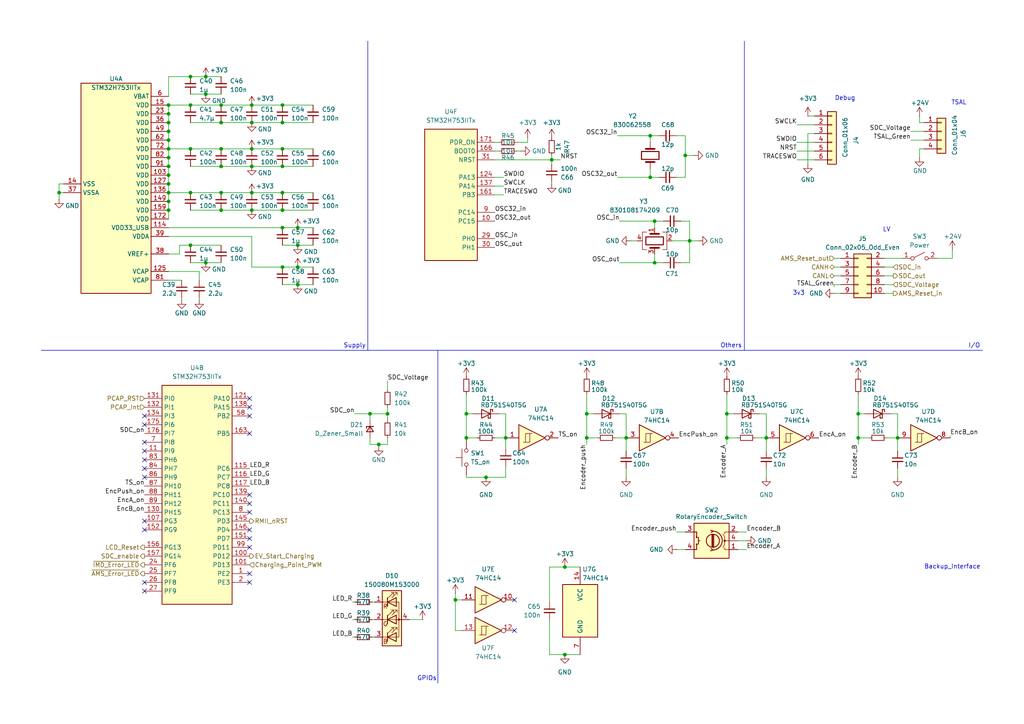
<source format=kicad_sch>
(kicad_sch
	(version 20250114)
	(generator "eeschema")
	(generator_version "9.0")
	(uuid "35b8a975-a1f8-4a47-8395-8e1ea283b386")
	(paper "A4")
	
	(text "Supply"
		(exclude_from_sim no)
		(at 102.87 100.33 0)
		(effects
			(font
				(size 1.27 1.27)
			)
		)
		(uuid "131e0615-657c-4f59-929d-0b7601842308")
	)
	(text "Backup_Interface"
		(exclude_from_sim no)
		(at 276.225 164.465 0)
		(effects
			(font
				(size 1.27 1.27)
			)
		)
		(uuid "15d77424-d13c-4f90-9f96-be8bf1adf8cc")
	)
	(text "3v3"
		(exclude_from_sim no)
		(at 229.87 85.09 0)
		(effects
			(font
				(size 1.27 1.27)
			)
			(justify left)
		)
		(uuid "364922e6-446e-413c-878a-bdcedb16435f")
	)
	(text "Debug"
		(exclude_from_sim no)
		(at 245.11 28.575 0)
		(effects
			(font
				(size 1.27 1.27)
			)
		)
		(uuid "79c5fecb-7e44-4b5c-b26a-b9a1ead8d6a7")
	)
	(text "GPIOs"
		(exclude_from_sim no)
		(at 123.825 196.85 0)
		(effects
			(font
				(size 1.27 1.27)
			)
		)
		(uuid "874e0f0d-b925-486e-858d-0f71e7baf11c")
	)
	(text "Others"
		(exclude_from_sim no)
		(at 212.09 100.33 0)
		(effects
			(font
				(size 1.27 1.27)
			)
		)
		(uuid "8c39beda-3239-4b4d-a394-cb66f7a7e4ef")
	)
	(text "LV"
		(exclude_from_sim no)
		(at 257.175 66.675 0)
		(effects
			(font
				(size 1.27 1.27)
			)
		)
		(uuid "8e72c987-571c-4fd1-98e2-d688bb9b9a23")
	)
	(text "TSAL"
		(exclude_from_sim no)
		(at 278.13 29.845 0)
		(effects
			(font
				(size 1.27 1.27)
			)
		)
		(uuid "b0e08e63-728e-465b-a9bb-a2354a70eaa5")
	)
	(text "I/O"
		(exclude_from_sim no)
		(at 282.575 100.33 0)
		(effects
			(font
				(size 1.27 1.27)
			)
		)
		(uuid "f89b8e88-7ad7-41ce-a0a0-f0fc435a26ef")
	)
	(junction
		(at 210.82 127)
		(diameter 0)
		(color 0 0 0 0)
		(uuid "03054f2e-9208-4716-83d7-1967059eae49")
	)
	(junction
		(at 170.18 120.015)
		(diameter 0)
		(color 0 0 0 0)
		(uuid "04edc9c4-6ba3-413b-80a1-5be3abfb178c")
	)
	(junction
		(at 48.895 58.42)
		(diameter 0)
		(color 0 0 0 0)
		(uuid "0639ff6d-0fa4-4a92-9101-ae69b2e89fd2")
	)
	(junction
		(at 135.255 127)
		(diameter 0)
		(color 0 0 0 0)
		(uuid "0da62957-c2c4-4942-91bd-ffb8d4251c5e")
	)
	(junction
		(at 59.69 22.225)
		(diameter 0)
		(color 0 0 0 0)
		(uuid "0fb52946-5285-4acc-80fc-8023aaa28b8f")
	)
	(junction
		(at 55.245 30.48)
		(diameter 0)
		(color 0 0 0 0)
		(uuid "1277a601-4d5f-42fb-a0c5-a1f18ba0016e")
	)
	(junction
		(at 260.35 127)
		(diameter 0)
		(color 0 0 0 0)
		(uuid "1ec9d057-6b69-4bff-b2f9-d0b216a47459")
	)
	(junction
		(at 181.61 127)
		(diameter 0)
		(color 0 0 0 0)
		(uuid "1fbd7fc5-8c6d-4ada-afcb-22c60ceb9e34")
	)
	(junction
		(at 132.08 173.99)
		(diameter 0)
		(color 0 0 0 0)
		(uuid "2372f2f0-8b6b-4ba0-8156-48184e2d7c4f")
	)
	(junction
		(at 163.83 164.465)
		(diameter 0)
		(color 0 0 0 0)
		(uuid "32af624e-2218-4443-87a1-2186e9d667d8")
	)
	(junction
		(at 248.92 120.015)
		(diameter 0)
		(color 0 0 0 0)
		(uuid "37d9dbe4-82b9-4615-805a-2f19a542c56e")
	)
	(junction
		(at 170.18 127)
		(diameter 0)
		(color 0 0 0 0)
		(uuid "384fafa7-2dc2-475f-b12a-20aa52e1d930")
	)
	(junction
		(at 112.395 120.015)
		(diameter 0)
		(color 0 0 0 0)
		(uuid "38d409b5-2312-4643-b1fc-fd0131fce598")
	)
	(junction
		(at 55.245 55.88)
		(diameter 0)
		(color 0 0 0 0)
		(uuid "3a44a5b6-35e6-477b-bf34-724cef99df7e")
	)
	(junction
		(at 48.895 30.48)
		(diameter 0)
		(color 0 0 0 0)
		(uuid "3b2e415b-e57a-4f5e-b680-987d6e0ee75d")
	)
	(junction
		(at 64.135 43.18)
		(diameter 0)
		(color 0 0 0 0)
		(uuid "412c5816-2822-46ca-a32f-61cb431bfe1e")
	)
	(junction
		(at 48.895 33.02)
		(diameter 0)
		(color 0 0 0 0)
		(uuid "430d2d22-0f07-45e6-a066-ebb18e98b45d")
	)
	(junction
		(at 81.915 77.47)
		(diameter 0)
		(color 0 0 0 0)
		(uuid "432f5d77-435d-4ec6-8d84-c3578eca972e")
	)
	(junction
		(at 73.025 48.26)
		(diameter 0)
		(color 0 0 0 0)
		(uuid "43f5a8a8-38be-4f74-81aa-71bbc42e5709")
	)
	(junction
		(at 248.92 127)
		(diameter 0)
		(color 0 0 0 0)
		(uuid "46587df5-c4cb-464f-b081-46b2e985f2df")
	)
	(junction
		(at 86.36 82.55)
		(diameter 0)
		(color 0 0 0 0)
		(uuid "4904ae19-57ee-4766-a793-026af6184969")
	)
	(junction
		(at 48.895 55.88)
		(diameter 0)
		(color 0 0 0 0)
		(uuid "4a33e8c1-b15f-4db0-b29d-1dd2148aad9a")
	)
	(junction
		(at 73.025 55.88)
		(diameter 0)
		(color 0 0 0 0)
		(uuid "4bd9b2ee-526d-4e54-8543-852c7a6f1074")
	)
	(junction
		(at 48.895 38.1)
		(diameter 0)
		(color 0 0 0 0)
		(uuid "4bef900f-dc66-42af-b560-e8cc8d6a6bce")
	)
	(junction
		(at 48.895 35.56)
		(diameter 0)
		(color 0 0 0 0)
		(uuid "4c2b925c-0792-420d-8f18-1f562d9b6ba2")
	)
	(junction
		(at 86.36 71.12)
		(diameter 0)
		(color 0 0 0 0)
		(uuid "4ff38491-b732-4bec-930a-4ca407ceb858")
	)
	(junction
		(at 107.315 120.015)
		(diameter 0)
		(color 0 0 0 0)
		(uuid "543660ff-ca23-4fad-8505-bcc3272f30b0")
	)
	(junction
		(at 198.755 45.085)
		(diameter 0)
		(color 0 0 0 0)
		(uuid "556ed635-fced-44e3-845c-f708c990d149")
	)
	(junction
		(at 163.83 189.865)
		(diameter 0)
		(color 0 0 0 0)
		(uuid "57546ade-761b-45ef-9890-daec7eb5d082")
	)
	(junction
		(at 81.915 66.04)
		(diameter 0)
		(color 0 0 0 0)
		(uuid "58f143f7-5a5b-4ff8-89cf-03a63964eb53")
	)
	(junction
		(at 189.865 64.135)
		(diameter 0)
		(color 0 0 0 0)
		(uuid "592f8bd9-4310-4fe4-b840-3718d5a08ff0")
	)
	(junction
		(at 73.025 35.56)
		(diameter 0)
		(color 0 0 0 0)
		(uuid "5a46c399-0f9f-4049-86b9-32bfb792b0a4")
	)
	(junction
		(at 55.245 22.225)
		(diameter 0)
		(color 0 0 0 0)
		(uuid "5ee7831a-b9cd-4699-8b90-ccd7a33a516a")
	)
	(junction
		(at 81.915 60.96)
		(diameter 0)
		(color 0 0 0 0)
		(uuid "62af3ba4-2380-4137-9c4c-8f703fa148db")
	)
	(junction
		(at 222.25 127)
		(diameter 0)
		(color 0 0 0 0)
		(uuid "68357784-7318-43f3-becd-152fcf669e7d")
	)
	(junction
		(at 73.025 30.48)
		(diameter 0)
		(color 0 0 0 0)
		(uuid "6b4ae941-68bd-4806-b564-6051c3e374f6")
	)
	(junction
		(at 48.895 45.72)
		(diameter 0)
		(color 0 0 0 0)
		(uuid "6e7d6e8b-008e-46f2-97bf-300e301fcdc5")
	)
	(junction
		(at 59.69 27.305)
		(diameter 0)
		(color 0 0 0 0)
		(uuid "84972f59-b0b8-441f-aae9-7917b0ac015f")
	)
	(junction
		(at 73.025 43.18)
		(diameter 0)
		(color 0 0 0 0)
		(uuid "84d185bd-171c-460f-91bf-66aa757880e7")
	)
	(junction
		(at 64.135 35.56)
		(diameter 0)
		(color 0 0 0 0)
		(uuid "8a3e42ba-433e-476e-bec8-923cd84f46fb")
	)
	(junction
		(at 48.895 50.8)
		(diameter 0)
		(color 0 0 0 0)
		(uuid "93864b3d-3224-4702-bf3d-2ed04340069c")
	)
	(junction
		(at 86.36 77.47)
		(diameter 0)
		(color 0 0 0 0)
		(uuid "9e0818cf-2913-43d0-81ad-5fd7c6a3ddb1")
	)
	(junction
		(at 140.97 138.43)
		(diameter 0)
		(color 0 0 0 0)
		(uuid "a2af58c6-5f1e-4b3e-b0c0-12a279005486")
	)
	(junction
		(at 64.135 48.26)
		(diameter 0)
		(color 0 0 0 0)
		(uuid "a8da62c7-b5b2-4a05-8568-ce944b258201")
	)
	(junction
		(at 189.865 76.2)
		(diameter 0)
		(color 0 0 0 0)
		(uuid "ac9f37a4-8446-4a5b-a6ff-9f608799a097")
	)
	(junction
		(at 48.895 48.26)
		(diameter 0)
		(color 0 0 0 0)
		(uuid "b510fd1a-117a-465f-a751-9a561bd2ac96")
	)
	(junction
		(at 48.895 40.64)
		(diameter 0)
		(color 0 0 0 0)
		(uuid "b530e2a2-741c-4c76-ace0-7d60e6d206ce")
	)
	(junction
		(at 135.255 120.015)
		(diameter 0)
		(color 0 0 0 0)
		(uuid "b5323042-cbc4-4c6d-8b55-da362d9db400")
	)
	(junction
		(at 81.915 55.88)
		(diameter 0)
		(color 0 0 0 0)
		(uuid "bca7b570-75fa-40a7-a5dd-b415eee9e6fa")
	)
	(junction
		(at 81.915 48.26)
		(diameter 0)
		(color 0 0 0 0)
		(uuid "bcf0274b-9b82-4ddd-b442-da13a9d22e46")
	)
	(junction
		(at 55.245 71.12)
		(diameter 0)
		(color 0 0 0 0)
		(uuid "bdeb1722-eb35-4647-a7e0-350ed2e01785")
	)
	(junction
		(at 200.025 69.85)
		(diameter 0)
		(color 0 0 0 0)
		(uuid "c2234057-b903-484a-a2e3-a32a8859901c")
	)
	(junction
		(at 73.025 60.96)
		(diameter 0)
		(color 0 0 0 0)
		(uuid "c55b6c0a-705b-4ad7-afc8-beda683bc62e")
	)
	(junction
		(at 55.245 43.18)
		(diameter 0)
		(color 0 0 0 0)
		(uuid "ced6b67c-b589-447b-b173-eb3d5278bd77")
	)
	(junction
		(at 86.36 66.04)
		(diameter 0)
		(color 0 0 0 0)
		(uuid "ceeeb9fd-c3cf-438c-9822-df85739f3524")
	)
	(junction
		(at 160.02 46.355)
		(diameter 0)
		(color 0 0 0 0)
		(uuid "d01fb329-49c1-4312-9a86-8c2522e92a75")
	)
	(junction
		(at 188.595 51.435)
		(diameter 0)
		(color 0 0 0 0)
		(uuid "d62f36d0-5342-483c-96b2-d979dd1cfd28")
	)
	(junction
		(at 188.595 39.37)
		(diameter 0)
		(color 0 0 0 0)
		(uuid "d7b6fc6c-855c-4ad5-b8db-ffb1631d4d8e")
	)
	(junction
		(at 17.145 55.88)
		(diameter 0)
		(color 0 0 0 0)
		(uuid "da4a391a-8756-4bbe-ad5d-6a5d7cc0698f")
	)
	(junction
		(at 59.69 76.2)
		(diameter 0)
		(color 0 0 0 0)
		(uuid "dc976682-daa7-427b-b632-e4e6f1b2f4a5")
	)
	(junction
		(at 146.685 127)
		(diameter 0)
		(color 0 0 0 0)
		(uuid "ddd035ed-81df-49e3-9245-82755440f4a5")
	)
	(junction
		(at 48.895 53.34)
		(diameter 0)
		(color 0 0 0 0)
		(uuid "e0d34c7c-a2c8-4d45-a4be-7edc074c7759")
	)
	(junction
		(at 210.82 120.015)
		(diameter 0)
		(color 0 0 0 0)
		(uuid "e28988d6-1ee7-4e20-9f02-35f81af9ff26")
	)
	(junction
		(at 81.915 30.48)
		(diameter 0)
		(color 0 0 0 0)
		(uuid "e6ae9a3e-d48c-4e18-9235-74fe81b4c978")
	)
	(junction
		(at 48.895 60.96)
		(diameter 0)
		(color 0 0 0 0)
		(uuid "eea696d1-0980-4f7d-9ba9-1ff3dcb2b606")
	)
	(junction
		(at 64.135 55.88)
		(diameter 0)
		(color 0 0 0 0)
		(uuid "f3f74bf6-10b1-4218-bfb6-61ef3118c054")
	)
	(junction
		(at 64.135 60.96)
		(diameter 0)
		(color 0 0 0 0)
		(uuid "f5150f2b-4683-49e5-a470-3066104142ee")
	)
	(junction
		(at 48.895 43.18)
		(diameter 0)
		(color 0 0 0 0)
		(uuid "f5abb69e-3023-40b6-8c88-ffed31815111")
	)
	(junction
		(at 64.135 30.48)
		(diameter 0)
		(color 0 0 0 0)
		(uuid "f71381d7-d154-4117-8ffa-0d9e641e8953")
	)
	(junction
		(at 81.915 43.18)
		(diameter 0)
		(color 0 0 0 0)
		(uuid "fa07ce36-60e8-4ebb-8b80-5cc0f863054d")
	)
	(junction
		(at 81.915 35.56)
		(diameter 0)
		(color 0 0 0 0)
		(uuid "fea021c6-6169-4cbd-bd9b-0c0e6e7bdfc0")
	)
	(junction
		(at 109.855 128.905)
		(diameter 0)
		(color 0 0 0 0)
		(uuid "fee4a54d-fd10-4b4f-97f2-238b76d9efae")
	)
	(no_connect
		(at 72.39 153.67)
		(uuid "0979849e-710e-47b6-86d7-e9c688b9aa11")
	)
	(no_connect
		(at 72.39 143.51)
		(uuid "13083978-a433-486d-9ce7-3968dc7190da")
	)
	(no_connect
		(at 41.91 123.19)
		(uuid "146ce1fc-bec7-4dc3-ab48-bc46d796fe51")
	)
	(no_connect
		(at 72.39 166.37)
		(uuid "184e0b37-2f9c-4056-97b4-ef1a017e4ee4")
	)
	(no_connect
		(at 41.91 168.91)
		(uuid "1ab33352-5df0-41d3-8a2b-70622302d93e")
	)
	(no_connect
		(at 72.39 168.91)
		(uuid "280c6123-36ed-4032-a8fb-23625e9cbf40")
	)
	(no_connect
		(at 149.225 182.88)
		(uuid "29403ca2-cc18-4015-b634-200487c369b9")
	)
	(no_connect
		(at 72.39 118.11)
		(uuid "3071b2a9-834c-4d88-bf39-2726c506937e")
	)
	(no_connect
		(at 72.39 156.21)
		(uuid "4f5fb956-ecd3-4e6a-b104-4f11672ec02d")
	)
	(no_connect
		(at 72.39 115.57)
		(uuid "554342c8-e8a6-401a-9844-51d2683b8c11")
	)
	(no_connect
		(at 72.39 148.59)
		(uuid "56d7413a-87a1-4ad6-8dbd-0da9468a8192")
	)
	(no_connect
		(at 41.91 153.67)
		(uuid "5cb0fac4-5588-43dd-a51e-c4f003bc7824")
	)
	(no_connect
		(at 41.91 171.45)
		(uuid "7e0e686d-2fb2-4695-9b96-f6d8257bde24")
	)
	(no_connect
		(at 149.225 173.99)
		(uuid "8cf95af1-9033-42fe-8297-3430137568f8")
	)
	(no_connect
		(at 72.39 146.05)
		(uuid "9c567fc2-914f-47ce-9a54-4d0e0f7c77a2")
	)
	(no_connect
		(at 72.39 125.73)
		(uuid "ae028c46-c4c0-44a8-ab15-5a3221e64571")
	)
	(no_connect
		(at 41.91 120.65)
		(uuid "bf91d5ab-3192-49f6-a0f3-cb8a4dc750a6")
	)
	(no_connect
		(at 41.91 138.43)
		(uuid "c17d3ccd-81ba-4fdd-af5d-4cffde13a405")
	)
	(no_connect
		(at 41.91 133.35)
		(uuid "c2dec42b-d8b6-4fba-8ad8-3058ad41867c")
	)
	(no_connect
		(at 41.91 130.81)
		(uuid "cb35255e-15c1-4414-bab0-36e7e6123437")
	)
	(no_connect
		(at 72.39 120.65)
		(uuid "cf225bd0-a812-4259-9c6d-76bce07b2df2")
	)
	(no_connect
		(at 41.91 135.89)
		(uuid "cf870591-39f4-4cb8-9b41-ec579bc32917")
	)
	(no_connect
		(at 41.91 151.13)
		(uuid "d187bd36-9147-40e9-9890-05ffb8be5838")
	)
	(no_connect
		(at 41.91 128.27)
		(uuid "d944d886-a214-438d-bf39-c2249697a1c3")
	)
	(no_connect
		(at 72.39 158.75)
		(uuid "e38f9f38-fab1-4a5d-8735-35ab6dacc3c2")
	)
	(wire
		(pts
			(xy 17.145 53.34) (xy 17.145 55.88)
		)
		(stroke
			(width 0)
			(type default)
		)
		(uuid "032e93c1-425f-4fcb-aba6-03ae1c74082b")
	)
	(wire
		(pts
			(xy 48.895 48.26) (xy 48.895 50.8)
		)
		(stroke
			(width 0)
			(type default)
		)
		(uuid "04debeef-549a-4c39-927b-69f1f0139e70")
	)
	(wire
		(pts
			(xy 102.235 184.785) (xy 102.87 184.785)
		)
		(stroke
			(width 0)
			(type default)
		)
		(uuid "05c2eb4c-a567-4a7b-9a8b-6cba89516905")
	)
	(wire
		(pts
			(xy 163.83 164.465) (xy 159.385 164.465)
		)
		(stroke
			(width 0)
			(type default)
		)
		(uuid "07a82d9a-9ca8-4d08-8726-f180541b7083")
	)
	(wire
		(pts
			(xy 81.915 82.55) (xy 86.36 82.55)
		)
		(stroke
			(width 0)
			(type default)
		)
		(uuid "0897e0f0-120b-400e-bb14-897e40e7b02d")
	)
	(wire
		(pts
			(xy 48.895 43.18) (xy 48.895 45.72)
		)
		(stroke
			(width 0)
			(type default)
		)
		(uuid "097118d6-edc8-4348-b70f-10344c435092")
	)
	(wire
		(pts
			(xy 276.225 74.93) (xy 271.78 74.93)
		)
		(stroke
			(width 0)
			(type default)
		)
		(uuid "0abfaed6-42e2-4ebd-ac06-07b93585aba9")
	)
	(wire
		(pts
			(xy 210.82 127) (xy 210.82 120.015)
		)
		(stroke
			(width 0)
			(type default)
		)
		(uuid "0acb257e-2494-4ba3-9e68-77f675c74b58")
	)
	(wire
		(pts
			(xy 132.08 173.99) (xy 133.985 173.99)
		)
		(stroke
			(width 0)
			(type default)
		)
		(uuid "0c12a21c-7010-4ff8-acfb-f02a5c09dbb8")
	)
	(wire
		(pts
			(xy 198.755 39.37) (xy 196.215 39.37)
		)
		(stroke
			(width 0)
			(type default)
		)
		(uuid "0f6e8366-0d81-4da7-9f30-62173a06d853")
	)
	(wire
		(pts
			(xy 179.07 51.435) (xy 188.595 51.435)
		)
		(stroke
			(width 0)
			(type default)
		)
		(uuid "0f761e8c-44a9-43ba-8303-ba52fba04da2")
	)
	(wire
		(pts
			(xy 81.915 30.48) (xy 90.805 30.48)
		)
		(stroke
			(width 0)
			(type default)
		)
		(uuid "0fa1f5e0-0ffe-4f7d-bf74-e541cdb35448")
	)
	(wire
		(pts
			(xy 55.245 27.305) (xy 59.69 27.305)
		)
		(stroke
			(width 0)
			(type default)
		)
		(uuid "104524c5-4e85-46bb-8fcf-6e42d9b60b65")
	)
	(wire
		(pts
			(xy 196.215 154.305) (xy 198.755 154.305)
		)
		(stroke
			(width 0)
			(type default)
		)
		(uuid "10bcdded-64db-4cbe-937c-70873d7cfb8e")
	)
	(wire
		(pts
			(xy 188.595 48.895) (xy 188.595 51.435)
		)
		(stroke
			(width 0)
			(type default)
		)
		(uuid "11e88f10-3504-432d-b8ed-d3a2e1236c08")
	)
	(wire
		(pts
			(xy 159.385 179.705) (xy 159.385 189.865)
		)
		(stroke
			(width 0)
			(type default)
		)
		(uuid "12993ed2-1dc1-4d0e-86ff-959c1d8c40f6")
	)
	(wire
		(pts
			(xy 191.135 39.37) (xy 188.595 39.37)
		)
		(stroke
			(width 0)
			(type default)
		)
		(uuid "13465972-5b15-4360-a8d8-10dafd7f715f")
	)
	(wire
		(pts
			(xy 48.895 78.74) (xy 57.785 78.74)
		)
		(stroke
			(width 0)
			(type default)
		)
		(uuid "148b4878-4176-450e-a5d5-e6bfe383516f")
	)
	(wire
		(pts
			(xy 276.225 72.39) (xy 276.225 74.93)
		)
		(stroke
			(width 0)
			(type default)
		)
		(uuid "149f6158-2d55-4904-9005-6a7af8f5b0bd")
	)
	(wire
		(pts
			(xy 48.895 68.58) (xy 73.025 68.58)
		)
		(stroke
			(width 0)
			(type default)
		)
		(uuid "17aaff2b-efe1-44db-8c2b-80df99259895")
	)
	(wire
		(pts
			(xy 266.7 45.72) (xy 266.7 43.18)
		)
		(stroke
			(width 0)
			(type default)
		)
		(uuid "17af4a42-5d6e-4b1d-a623-823e298f89ff")
	)
	(wire
		(pts
			(xy 248.92 127) (xy 248.92 120.015)
		)
		(stroke
			(width 0)
			(type default)
		)
		(uuid "189cc12e-17f9-4ac7-a5e3-046d825e6b14")
	)
	(wire
		(pts
			(xy 86.36 66.04) (xy 90.805 66.04)
		)
		(stroke
			(width 0)
			(type default)
		)
		(uuid "1a1d5fa7-6a93-453f-bf03-bdc034a2e77b")
	)
	(wire
		(pts
			(xy 81.915 55.88) (xy 90.805 55.88)
		)
		(stroke
			(width 0)
			(type default)
		)
		(uuid "1c4dff5e-c946-4edf-b17e-21144a60469e")
	)
	(wire
		(pts
			(xy 241.935 77.47) (xy 243.84 77.47)
		)
		(stroke
			(width 0)
			(type default)
		)
		(uuid "1d2e0e02-2515-4d66-aeb3-65162d89a3f4")
	)
	(wire
		(pts
			(xy 153.035 41.275) (xy 149.86 41.275)
		)
		(stroke
			(width 0)
			(type default)
		)
		(uuid "1f04f8da-308f-4d4b-b645-ba6a9e3ab5d0")
	)
	(wire
		(pts
			(xy 64.135 30.48) (xy 73.025 30.48)
		)
		(stroke
			(width 0)
			(type default)
		)
		(uuid "1faf3668-c96e-4421-a896-b7c77f08f668")
	)
	(wire
		(pts
			(xy 48.895 81.28) (xy 52.705 81.28)
		)
		(stroke
			(width 0)
			(type default)
		)
		(uuid "1ffb5664-1168-4c3c-85d6-4fdbdf0c4e6e")
	)
	(wire
		(pts
			(xy 264.16 38.1) (xy 267.97 38.1)
		)
		(stroke
			(width 0)
			(type default)
		)
		(uuid "24d23fd4-dde8-468b-82b9-b8390fc82a84")
	)
	(wire
		(pts
			(xy 135.255 120.015) (xy 135.255 114.3)
		)
		(stroke
			(width 0)
			(type default)
		)
		(uuid "24dd2109-d885-4f25-9b95-438c9c83cf53")
	)
	(wire
		(pts
			(xy 179.705 76.2) (xy 189.865 76.2)
		)
		(stroke
			(width 0)
			(type default)
		)
		(uuid "253dfb7b-e994-492e-9366-0b579cd2b921")
	)
	(wire
		(pts
			(xy 143.51 56.515) (xy 146.05 56.515)
		)
		(stroke
			(width 0)
			(type default)
		)
		(uuid "2648ca35-0d3b-41fc-a0c7-4426c47646af")
	)
	(wire
		(pts
			(xy 178.435 127) (xy 181.61 127)
		)
		(stroke
			(width 0)
			(type default)
		)
		(uuid "2648ed24-8d46-4019-81af-59cb3d3be6ef")
	)
	(wire
		(pts
			(xy 160.02 45.085) (xy 160.02 46.355)
		)
		(stroke
			(width 0)
			(type default)
		)
		(uuid "26c33951-823a-4537-8b37-6d067360a301")
	)
	(wire
		(pts
			(xy 112.395 128.905) (xy 112.395 127)
		)
		(stroke
			(width 0)
			(type default)
		)
		(uuid "2c4f26c5-5c63-4935-8730-31c29fa84cce")
	)
	(wire
		(pts
			(xy 181.61 127) (xy 181.61 130.81)
		)
		(stroke
			(width 0)
			(type default)
		)
		(uuid "2cdd5f51-0d96-4792-81bb-d51b64b09cb3")
	)
	(wire
		(pts
			(xy 48.895 22.225) (xy 55.245 22.225)
		)
		(stroke
			(width 0)
			(type default)
		)
		(uuid "309416c5-01a5-479d-b151-4aa15c679aae")
	)
	(wire
		(pts
			(xy 73.025 77.47) (xy 81.915 77.47)
		)
		(stroke
			(width 0)
			(type default)
		)
		(uuid "310b3c16-f636-42e3-92d9-8323bba36848")
	)
	(wire
		(pts
			(xy 64.135 35.56) (xy 73.025 35.56)
		)
		(stroke
			(width 0)
			(type default)
		)
		(uuid "330ea2aa-85e8-4ceb-99f4-7100f8ce0417")
	)
	(wire
		(pts
			(xy 160.02 46.355) (xy 162.56 46.355)
		)
		(stroke
			(width 0)
			(type default)
		)
		(uuid "347806f3-c012-4e14-b373-8933bd8734e0")
	)
	(wire
		(pts
			(xy 59.69 22.225) (xy 64.135 22.225)
		)
		(stroke
			(width 0)
			(type default)
		)
		(uuid "36718045-fcd1-41c9-be9f-27d2b1210fea")
	)
	(wire
		(pts
			(xy 64.135 55.88) (xy 73.025 55.88)
		)
		(stroke
			(width 0)
			(type default)
		)
		(uuid "36d2f170-42d7-42b6-bedf-1e807c2cdfa4")
	)
	(wire
		(pts
			(xy 132.08 182.88) (xy 133.985 182.88)
		)
		(stroke
			(width 0)
			(type default)
		)
		(uuid "37e53374-fbe2-4c94-9df6-af2d252aceb1")
	)
	(wire
		(pts
			(xy 212.725 120.015) (xy 210.82 120.015)
		)
		(stroke
			(width 0)
			(type default)
		)
		(uuid "3d2600c5-4b7c-4f1d-afa3-11b5c6dcb5c5")
	)
	(wire
		(pts
			(xy 48.895 40.64) (xy 48.895 43.18)
		)
		(stroke
			(width 0)
			(type default)
		)
		(uuid "3ef07bc0-0d1b-4958-a3ce-4224cfe09f5c")
	)
	(wire
		(pts
			(xy 143.51 43.815) (xy 144.78 43.815)
		)
		(stroke
			(width 0)
			(type default)
		)
		(uuid "403943a3-7606-4350-b9f9-7a83a426e950")
	)
	(wire
		(pts
			(xy 107.315 120.015) (xy 107.315 121.92)
		)
		(stroke
			(width 0)
			(type default)
		)
		(uuid "40f3fbab-c25f-4c9a-a6ab-fb4449cf418a")
	)
	(wire
		(pts
			(xy 55.245 71.12) (xy 64.135 71.12)
		)
		(stroke
			(width 0)
			(type default)
		)
		(uuid "41a4017a-ed14-481c-94d2-358f975fdabf")
	)
	(wire
		(pts
			(xy 146.685 135.255) (xy 146.685 138.43)
		)
		(stroke
			(width 0)
			(type default)
		)
		(uuid "42a6c1c1-0bec-4a64-ba97-022485632b2c")
	)
	(wire
		(pts
			(xy 196.215 159.385) (xy 198.755 159.385)
		)
		(stroke
			(width 0)
			(type default)
		)
		(uuid "45efd4b5-380f-4cd4-904f-cf4fa9f9daec")
	)
	(wire
		(pts
			(xy 86.36 77.47) (xy 90.805 77.47)
		)
		(stroke
			(width 0)
			(type default)
		)
		(uuid "4744999c-668b-4ef7-aadc-3605c6b773bc")
	)
	(wire
		(pts
			(xy 181.61 120.015) (xy 179.705 120.015)
		)
		(stroke
			(width 0)
			(type default)
		)
		(uuid "49c65d79-8bc2-442d-ab86-201154fc87cc")
	)
	(wire
		(pts
			(xy 241.935 82.55) (xy 243.84 82.55)
		)
		(stroke
			(width 0)
			(type default)
		)
		(uuid "4a8c75fc-97c8-4a4c-ae30-d2dd3740701b")
	)
	(wire
		(pts
			(xy 81.915 66.04) (xy 86.36 66.04)
		)
		(stroke
			(width 0)
			(type default)
		)
		(uuid "4b920d01-933a-491c-99e7-03b14beb823a")
	)
	(wire
		(pts
			(xy 18.415 55.88) (xy 17.145 55.88)
		)
		(stroke
			(width 0)
			(type default)
		)
		(uuid "4d5c3bc0-56ca-42fc-9e4b-f425c7170797")
	)
	(wire
		(pts
			(xy 52.07 73.66) (xy 52.07 71.12)
		)
		(stroke
			(width 0)
			(type default)
		)
		(uuid "50907a1c-ae3b-4cb2-8b1f-a2bbd698e6e7")
	)
	(wire
		(pts
			(xy 198.755 45.085) (xy 198.755 39.37)
		)
		(stroke
			(width 0)
			(type default)
		)
		(uuid "50b98742-cad0-4c19-a7a0-a62a29ac5fcc")
	)
	(wire
		(pts
			(xy 222.25 120.015) (xy 220.345 120.015)
		)
		(stroke
			(width 0)
			(type default)
		)
		(uuid "5191c369-027d-4092-b2b8-93d2603c665e")
	)
	(wire
		(pts
			(xy 260.35 135.89) (xy 260.35 138.43)
		)
		(stroke
			(width 0)
			(type default)
		)
		(uuid "5248ae66-747b-402d-b1e1-3923ddbceb53")
	)
	(wire
		(pts
			(xy 109.855 129.54) (xy 109.855 128.905)
		)
		(stroke
			(width 0)
			(type default)
		)
		(uuid "55392592-7026-4f7e-ac69-d16b34d6c332")
	)
	(wire
		(pts
			(xy 192.405 64.135) (xy 189.865 64.135)
		)
		(stroke
			(width 0)
			(type default)
		)
		(uuid "555e9d66-742b-4eec-a060-e02888a73929")
	)
	(wire
		(pts
			(xy 146.685 127) (xy 146.685 120.015)
		)
		(stroke
			(width 0)
			(type default)
		)
		(uuid "55cfb840-558a-4935-83f9-4eb19eacb4b8")
	)
	(wire
		(pts
			(xy 143.51 51.435) (xy 146.05 51.435)
		)
		(stroke
			(width 0)
			(type default)
		)
		(uuid "57d04a43-6d2e-4867-91ea-a8b774abf2a0")
	)
	(wire
		(pts
			(xy 189.865 64.135) (xy 189.865 66.04)
		)
		(stroke
			(width 0)
			(type default)
		)
		(uuid "5a7fb71b-fa03-4ad2-9d6d-61e0ee9e0398")
	)
	(wire
		(pts
			(xy 59.69 76.2) (xy 64.135 76.2)
		)
		(stroke
			(width 0)
			(type default)
		)
		(uuid "5aff9e20-a3fa-44e2-b265-1bacc7296e59")
	)
	(polyline
		(pts
			(xy 215.9 11.938) (xy 215.9 101.6)
		)
		(stroke
			(width 0)
			(type default)
		)
		(uuid "5d5a5bf6-27d1-48b9-96a5-b3ec58aa8e29")
	)
	(wire
		(pts
			(xy 160.02 47.625) (xy 160.02 46.355)
		)
		(stroke
			(width 0)
			(type default)
		)
		(uuid "60b71a6b-1157-4946-bc97-0a3329be562e")
	)
	(wire
		(pts
			(xy 163.83 189.865) (xy 168.275 189.865)
		)
		(stroke
			(width 0)
			(type default)
		)
		(uuid "6135ec72-54f1-443e-a5b5-c37342bd387e")
	)
	(wire
		(pts
			(xy 107.95 179.705) (xy 108.585 179.705)
		)
		(stroke
			(width 0)
			(type default)
		)
		(uuid "62b842d4-cccf-48c1-93fb-672495a4281c")
	)
	(wire
		(pts
			(xy 73.025 30.48) (xy 81.915 30.48)
		)
		(stroke
			(width 0)
			(type default)
		)
		(uuid "6303d52b-100d-46f3-a928-30836b82f1cc")
	)
	(wire
		(pts
			(xy 81.915 48.26) (xy 90.805 48.26)
		)
		(stroke
			(width 0)
			(type default)
		)
		(uuid "6396b971-f44f-406f-9e4e-0613cb6bf000")
	)
	(wire
		(pts
			(xy 135.255 127.635) (xy 135.255 127)
		)
		(stroke
			(width 0)
			(type default)
		)
		(uuid "64e3a189-c1ad-459d-995d-a0035f523f27")
	)
	(wire
		(pts
			(xy 112.395 120.015) (xy 107.315 120.015)
		)
		(stroke
			(width 0)
			(type default)
		)
		(uuid "6625ace8-7df0-49fe-be18-552f69797353")
	)
	(wire
		(pts
			(xy 55.245 35.56) (xy 64.135 35.56)
		)
		(stroke
			(width 0)
			(type default)
		)
		(uuid "6806237e-7ade-4701-8b03-154f1dcd585d")
	)
	(wire
		(pts
			(xy 48.895 55.88) (xy 48.895 58.42)
		)
		(stroke
			(width 0)
			(type default)
		)
		(uuid "6a586c9f-68a8-4812-82a9-a5e31d2a3515")
	)
	(wire
		(pts
			(xy 170.18 127) (xy 170.18 120.015)
		)
		(stroke
			(width 0)
			(type default)
		)
		(uuid "6be6246e-4199-4714-be23-b158dcd26c83")
	)
	(wire
		(pts
			(xy 170.18 120.015) (xy 170.18 114.3)
		)
		(stroke
			(width 0)
			(type default)
		)
		(uuid "6d08ff60-dd10-45f6-8a05-095ee98a5730")
	)
	(wire
		(pts
			(xy 118.745 179.705) (xy 122.555 179.705)
		)
		(stroke
			(width 0)
			(type default)
		)
		(uuid "6d45df03-d4db-468d-b940-85424d61490f")
	)
	(wire
		(pts
			(xy 153.035 40.005) (xy 153.035 41.275)
		)
		(stroke
			(width 0)
			(type default)
		)
		(uuid "6d4f3bce-43e5-4382-80fd-e1bf727cadaf")
	)
	(wire
		(pts
			(xy 264.16 40.64) (xy 267.97 40.64)
		)
		(stroke
			(width 0)
			(type default)
		)
		(uuid "6e4c3d8c-0039-454c-9ed5-ebed97a25dfd")
	)
	(wire
		(pts
			(xy 200.025 76.2) (xy 200.025 69.85)
		)
		(stroke
			(width 0)
			(type default)
		)
		(uuid "6e65cf2f-79a8-42d3-a1d9-dc3348bdfd63")
	)
	(wire
		(pts
			(xy 260.35 127) (xy 260.35 130.81)
		)
		(stroke
			(width 0)
			(type default)
		)
		(uuid "6ef6778b-bc85-4d70-ac90-14af113f39b0")
	)
	(wire
		(pts
			(xy 234.315 38.735) (xy 236.22 38.735)
		)
		(stroke
			(width 0)
			(type default)
		)
		(uuid "6f73b510-add9-447a-a656-606690f47875")
	)
	(wire
		(pts
			(xy 189.865 76.2) (xy 192.405 76.2)
		)
		(stroke
			(width 0)
			(type default)
		)
		(uuid "703d9349-c8a4-4a59-8d3d-5b12a6be4b90")
	)
	(wire
		(pts
			(xy 181.61 135.89) (xy 181.61 138.43)
		)
		(stroke
			(width 0)
			(type default)
		)
		(uuid "72e34599-0c42-46a0-9c0b-77a570bf18de")
	)
	(wire
		(pts
			(xy 52.07 71.12) (xy 55.245 71.12)
		)
		(stroke
			(width 0)
			(type default)
		)
		(uuid "73b6ecd5-6c6d-4016-bd27-0a2d8d9f1dcb")
	)
	(wire
		(pts
			(xy 222.25 135.89) (xy 222.25 138.43)
		)
		(stroke
			(width 0)
			(type default)
		)
		(uuid "758d34b8-5e0c-4d3e-a8e7-0bf6f0655aa8")
	)
	(wire
		(pts
			(xy 81.915 77.47) (xy 86.36 77.47)
		)
		(stroke
			(width 0)
			(type default)
		)
		(uuid "75c1b770-6d91-48ed-b5bb-2a7474ec1302")
	)
	(wire
		(pts
			(xy 248.92 120.015) (xy 248.92 114.3)
		)
		(stroke
			(width 0)
			(type default)
		)
		(uuid "75c4b408-7bb5-4316-be8b-144dfb3a0679")
	)
	(wire
		(pts
			(xy 109.855 128.905) (xy 112.395 128.905)
		)
		(stroke
			(width 0)
			(type default)
		)
		(uuid "7914a7e9-5528-4149-9398-b8c7534f01a7")
	)
	(wire
		(pts
			(xy 81.915 35.56) (xy 90.805 35.56)
		)
		(stroke
			(width 0)
			(type default)
		)
		(uuid "79b4f1a0-ad3e-42ad-8d4d-96fdacee2d98")
	)
	(wire
		(pts
			(xy 222.25 127) (xy 222.25 120.015)
		)
		(stroke
			(width 0)
			(type default)
		)
		(uuid "7a70a435-d0a5-4728-9fe3-488b103c0ff1")
	)
	(wire
		(pts
			(xy 48.895 73.66) (xy 52.07 73.66)
		)
		(stroke
			(width 0)
			(type default)
		)
		(uuid "7af938fc-d107-4e8b-b420-77fc02771c52")
	)
	(wire
		(pts
			(xy 275.59 127) (xy 275.59 126.365)
		)
		(stroke
			(width 0)
			(type default)
		)
		(uuid "7f725b4f-659d-48ef-a319-985a2cbfb908")
	)
	(wire
		(pts
			(xy 219.075 127) (xy 222.25 127)
		)
		(stroke
			(width 0)
			(type default)
		)
		(uuid "839b782e-28ab-428d-b1be-7822af7b71cb")
	)
	(wire
		(pts
			(xy 179.705 64.135) (xy 189.865 64.135)
		)
		(stroke
			(width 0)
			(type default)
		)
		(uuid "83a55d68-4ab7-4179-9354-0c5cc77b1c73")
	)
	(wire
		(pts
			(xy 64.135 48.26) (xy 73.025 48.26)
		)
		(stroke
			(width 0)
			(type default)
		)
		(uuid "84e3fdd0-3727-441e-a756-9e0c64b0f45f")
	)
	(polyline
		(pts
			(xy 106.68 11.938) (xy 106.68 101.6)
		)
		(stroke
			(width 0)
			(type default)
		)
		(uuid "84f38b85-0f5d-4a4b-80bb-696a14d4aafa")
	)
	(wire
		(pts
			(xy 140.97 138.43) (xy 146.685 138.43)
		)
		(stroke
			(width 0)
			(type default)
		)
		(uuid "86313ec9-c45c-40da-8b43-e3bfab508203")
	)
	(wire
		(pts
			(xy 248.92 127) (xy 252.095 127)
		)
		(stroke
			(width 0)
			(type default)
		)
		(uuid "86947a20-bfbb-470f-ade3-d9f6007b69ac")
	)
	(wire
		(pts
			(xy 143.51 53.975) (xy 146.05 53.975)
		)
		(stroke
			(width 0)
			(type default)
		)
		(uuid "88b8f5b6-3715-41e0-a3a8-0d0e3a6c1e02")
	)
	(wire
		(pts
			(xy 168.275 164.465) (xy 163.83 164.465)
		)
		(stroke
			(width 0)
			(type default)
		)
		(uuid "89e32d00-bc94-4885-82e0-5dd30728688e")
	)
	(wire
		(pts
			(xy 48.895 66.04) (xy 81.915 66.04)
		)
		(stroke
			(width 0)
			(type default)
		)
		(uuid "8b6d86c8-a76b-4172-a3e3-318a9ff50aa3")
	)
	(polyline
		(pts
			(xy 127 101.6) (xy 127 198.12)
		)
		(stroke
			(width 0)
			(type default)
		)
		(uuid "8bcf0b4a-6f01-4a5f-b0f5-c84531e850c3")
	)
	(wire
		(pts
			(xy 260.35 120.015) (xy 258.445 120.015)
		)
		(stroke
			(width 0)
			(type default)
		)
		(uuid "8c19e9ff-e4ef-4483-a680-8e6b2961edcb")
	)
	(wire
		(pts
			(xy 210.82 127) (xy 213.995 127)
		)
		(stroke
			(width 0)
			(type default)
		)
		(uuid "8c3414c8-1f18-4d52-9d18-92efb010e968")
	)
	(wire
		(pts
			(xy 102.235 174.625) (xy 102.87 174.625)
		)
		(stroke
			(width 0)
			(type default)
		)
		(uuid "8ebbf762-fbce-49fe-bfeb-dcdacafb24c4")
	)
	(wire
		(pts
			(xy 231.14 41.275) (xy 236.22 41.275)
		)
		(stroke
			(width 0)
			(type default)
		)
		(uuid "9010c615-b8dc-48be-91ed-68e32181e1d7")
	)
	(wire
		(pts
			(xy 189.865 73.66) (xy 189.865 76.2)
		)
		(stroke
			(width 0)
			(type default)
		)
		(uuid "901b9b2d-ac73-44b7-895b-ec05897b6639")
	)
	(wire
		(pts
			(xy 200.025 69.85) (xy 202.565 69.85)
		)
		(stroke
			(width 0)
			(type default)
		)
		(uuid "9093e411-b067-4966-8fa8-328292f3ebea")
	)
	(wire
		(pts
			(xy 48.895 53.34) (xy 48.895 55.88)
		)
		(stroke
			(width 0)
			(type default)
		)
		(uuid "90b8ebde-31c8-4847-a287-5f7fd9675ba3")
	)
	(wire
		(pts
			(xy 243.84 85.09) (xy 241.935 85.09)
		)
		(stroke
			(width 0)
			(type default)
		)
		(uuid "91741062-b740-4586-b9f4-922451ae440c")
	)
	(wire
		(pts
			(xy 170.18 128.905) (xy 170.18 127)
		)
		(stroke
			(width 0)
			(type default)
		)
		(uuid "964c4c95-0edc-42d0-810d-ad4479439d49")
	)
	(wire
		(pts
			(xy 86.36 71.12) (xy 90.805 71.12)
		)
		(stroke
			(width 0)
			(type default)
		)
		(uuid "973662df-2e27-4c95-a259-713a9d128e46")
	)
	(wire
		(pts
			(xy 159.385 164.465) (xy 159.385 174.625)
		)
		(stroke
			(width 0)
			(type default)
		)
		(uuid "978df144-cdde-4d69-8b01-c4fe7024360a")
	)
	(wire
		(pts
			(xy 188.595 51.435) (xy 191.135 51.435)
		)
		(stroke
			(width 0)
			(type default)
		)
		(uuid "97ede80a-b5b1-4149-b441-4a9a24261021")
	)
	(wire
		(pts
			(xy 17.145 55.88) (xy 17.145 57.785)
		)
		(stroke
			(width 0)
			(type default)
		)
		(uuid "98d5f97d-76ee-4339-9fcb-0aad1bffdd91")
	)
	(wire
		(pts
			(xy 266.7 33.655) (xy 266.7 35.56)
		)
		(stroke
			(width 0)
			(type default)
		)
		(uuid "9b45f6d1-d5f6-49df-b13f-a61d564c7e69")
	)
	(wire
		(pts
			(xy 200.025 69.85) (xy 194.945 69.85)
		)
		(stroke
			(width 0)
			(type default)
		)
		(uuid "9cc1ff3f-cefe-4a7e-b237-e926d6edbe05")
	)
	(wire
		(pts
			(xy 266.7 35.56) (xy 267.97 35.56)
		)
		(stroke
			(width 0)
			(type default)
		)
		(uuid "9d514266-0ddd-4350-a00d-f23dcaf52f6f")
	)
	(wire
		(pts
			(xy 107.315 120.015) (xy 102.87 120.015)
		)
		(stroke
			(width 0)
			(type default)
		)
		(uuid "9d8b6b7c-364f-4e1a-8da5-3819b2a08675")
	)
	(wire
		(pts
			(xy 241.935 83.185) (xy 241.935 82.55)
		)
		(stroke
			(width 0)
			(type default)
		)
		(uuid "9f544dbe-c4bf-4ea9-ae26-92987485c5f5")
	)
	(wire
		(pts
			(xy 48.895 45.72) (xy 48.895 48.26)
		)
		(stroke
			(width 0)
			(type default)
		)
		(uuid "9f9ae461-b89c-4786-9861-dda1960da6f7")
	)
	(wire
		(pts
			(xy 55.245 22.225) (xy 59.69 22.225)
		)
		(stroke
			(width 0)
			(type default)
		)
		(uuid "a10ab475-065e-44da-aa1e-4acd1b79678e")
	)
	(wire
		(pts
			(xy 73.025 60.96) (xy 81.915 60.96)
		)
		(stroke
			(width 0)
			(type default)
		)
		(uuid "a1794c33-030e-4353-b243-ecbb43184f8d")
	)
	(wire
		(pts
			(xy 146.685 127) (xy 146.685 130.175)
		)
		(stroke
			(width 0)
			(type default)
		)
		(uuid "a492a2d2-690f-48ce-8b67-44ff70ef9cd0")
	)
	(wire
		(pts
			(xy 81.915 71.12) (xy 86.36 71.12)
		)
		(stroke
			(width 0)
			(type default)
		)
		(uuid "a5b56033-b81b-415f-a7ab-e84f87f8230e")
	)
	(wire
		(pts
			(xy 200.025 69.85) (xy 200.025 64.135)
		)
		(stroke
			(width 0)
			(type default)
		)
		(uuid "a5ffdd7d-d73d-4f19-a48a-67b6dccc47b4")
	)
	(wire
		(pts
			(xy 112.395 113.03) (xy 112.395 110.49)
		)
		(stroke
			(width 0)
			(type default)
		)
		(uuid "a718020f-1fd0-4ca7-bf42-8f95f5bffabc")
	)
	(wire
		(pts
			(xy 143.51 46.355) (xy 160.02 46.355)
		)
		(stroke
			(width 0)
			(type default)
		)
		(uuid "a7538366-43ba-4f57-a90e-c52e3d942daa")
	)
	(wire
		(pts
			(xy 135.255 138.43) (xy 135.255 137.795)
		)
		(stroke
			(width 0)
			(type default)
		)
		(uuid "a87a4e21-be8f-4c97-aa39-590f7357b5aa")
	)
	(wire
		(pts
			(xy 55.245 30.48) (xy 64.135 30.48)
		)
		(stroke
			(width 0)
			(type default)
		)
		(uuid "a904c53b-8e3e-4bc5-a27f-7383e8f2953d")
	)
	(wire
		(pts
			(xy 260.35 127) (xy 260.35 120.015)
		)
		(stroke
			(width 0)
			(type default)
		)
		(uuid "a9068bf5-f10c-47f0-993f-76eee5b0d4a3")
	)
	(wire
		(pts
			(xy 256.54 74.93) (xy 261.62 74.93)
		)
		(stroke
			(width 0)
			(type default)
		)
		(uuid "aa32e37b-0a16-4d8d-9d0d-b8b5ce96dcc7")
	)
	(wire
		(pts
			(xy 107.315 127) (xy 107.315 128.905)
		)
		(stroke
			(width 0)
			(type default)
		)
		(uuid "ab4c4cc5-a5bf-4039-a008-37765ef8eb1e")
	)
	(wire
		(pts
			(xy 248.92 128.905) (xy 248.92 127)
		)
		(stroke
			(width 0)
			(type default)
		)
		(uuid "abc310cb-857c-4753-b28e-44fa907af802")
	)
	(wire
		(pts
			(xy 73.025 35.56) (xy 81.915 35.56)
		)
		(stroke
			(width 0)
			(type default)
		)
		(uuid "abd2ae2c-7f6e-41ad-b5a6-a31e8ed94f3d")
	)
	(wire
		(pts
			(xy 170.18 127) (xy 173.355 127)
		)
		(stroke
			(width 0)
			(type default)
		)
		(uuid "ac89e3fd-dd43-4a14-8ceb-8cbdca514b96")
	)
	(wire
		(pts
			(xy 55.245 55.88) (xy 64.135 55.88)
		)
		(stroke
			(width 0)
			(type default)
		)
		(uuid "ae0acb81-b15c-450b-a2ac-387ea9ab04b3")
	)
	(wire
		(pts
			(xy 48.895 43.18) (xy 55.245 43.18)
		)
		(stroke
			(width 0)
			(type default)
		)
		(uuid "aff8a17b-3015-4cf1-8e0d-8ef617a730ba")
	)
	(wire
		(pts
			(xy 198.755 45.085) (xy 201.295 45.085)
		)
		(stroke
			(width 0)
			(type default)
		)
		(uuid "b02cc84c-3b43-429e-8e86-e6e1d1ce361b")
	)
	(wire
		(pts
			(xy 48.895 30.48) (xy 48.895 33.02)
		)
		(stroke
			(width 0)
			(type default)
		)
		(uuid "b1ae31fb-1a94-46ff-a0d3-79e8bfa3c878")
	)
	(wire
		(pts
			(xy 73.025 68.58) (xy 73.025 77.47)
		)
		(stroke
			(width 0)
			(type default)
		)
		(uuid "b1dc4209-40df-4759-aea9-c51c8866f739")
	)
	(wire
		(pts
			(xy 59.69 27.305) (xy 64.135 27.305)
		)
		(stroke
			(width 0)
			(type default)
		)
		(uuid "b3d8913f-1aa7-40ac-99a2-1b72070425a2")
	)
	(wire
		(pts
			(xy 184.785 69.85) (xy 182.88 69.85)
		)
		(stroke
			(width 0)
			(type default)
		)
		(uu
... [203066 chars truncated]
</source>
